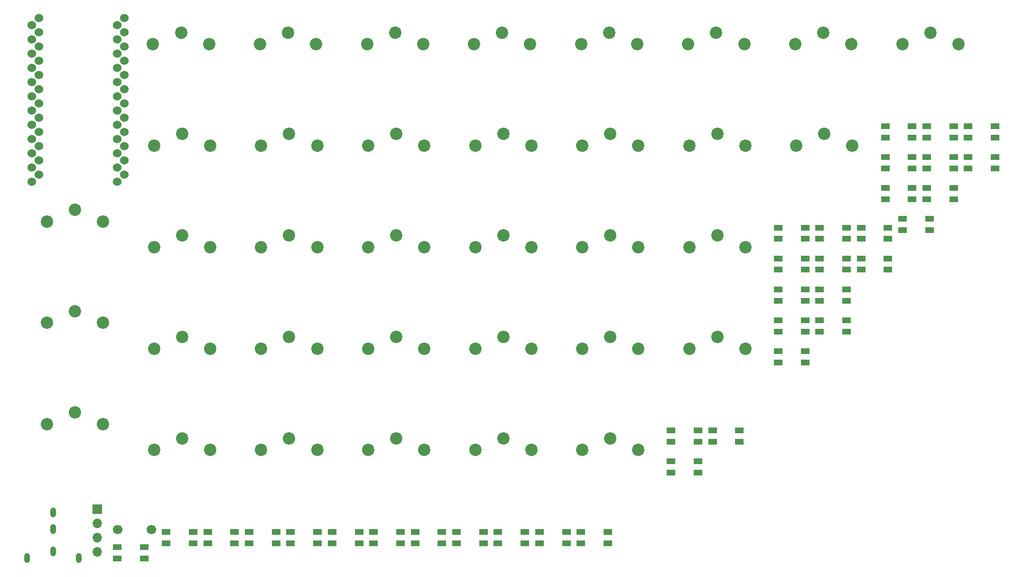
<source format=gbr>
%TF.GenerationSoftware,KiCad,Pcbnew,(5.1.10)-1*%
%TF.CreationDate,2021-08-10T22:37:01+09:00*%
%TF.ProjectId,Ultramarine_fuse,556c7472-616d-4617-9269-6e655f667573,rev?*%
%TF.SameCoordinates,Original*%
%TF.FileFunction,Copper,L2,Bot*%
%TF.FilePolarity,Positive*%
%FSLAX46Y46*%
G04 Gerber Fmt 4.6, Leading zero omitted, Abs format (unit mm)*
G04 Created by KiCad (PCBNEW (5.1.10)-1) date 2021-08-10 22:37:01*
%MOMM*%
%LPD*%
G01*
G04 APERTURE LIST*
%TA.AperFunction,SMDPad,CuDef*%
%ADD10R,1.600000X1.000000*%
%TD*%
%TA.AperFunction,ComponentPad*%
%ADD11C,1.524000*%
%TD*%
%TA.AperFunction,ComponentPad*%
%ADD12C,1.700000*%
%TD*%
%TA.AperFunction,ComponentPad*%
%ADD13C,2.200000*%
%TD*%
%TA.AperFunction,ComponentPad*%
%ADD14O,1.000000X1.800000*%
%TD*%
%TA.AperFunction,ComponentPad*%
%ADD15O,1.700000X1.700000*%
%TD*%
%TA.AperFunction,ComponentPad*%
%ADD16R,1.700000X1.700000*%
%TD*%
G04 APERTURE END LIST*
D10*
%TO.P,U36,4*%
%TO.N,+5V*%
X224515300Y-90326501D03*
%TO.P,U36,3*%
%TO.N,Net-(U29-Pad1)*%
X224515300Y-92326501D03*
%TO.P,U36,2*%
%TO.N,Net-(U36-Pad2)*%
X219715300Y-92326501D03*
%TO.P,U36,1*%
%TO.N,Net-(U35-Pad3)*%
X219715300Y-90326501D03*
%TD*%
%TO.P,U35,4*%
%TO.N,+5V*%
X231915300Y-84806501D03*
%TO.P,U35,3*%
%TO.N,Net-(U35-Pad3)*%
X231915300Y-86806501D03*
%TO.P,U35,2*%
%TO.N,Net-(U35-Pad2)*%
X227115300Y-86806501D03*
%TO.P,U35,1*%
%TO.N,Net-(U34-Pad3)*%
X227115300Y-84806501D03*
%TD*%
%TO.P,U34,4*%
%TO.N,+5V*%
X205415300Y-115486501D03*
%TO.P,U34,3*%
%TO.N,Net-(U34-Pad3)*%
X205415300Y-117486501D03*
%TO.P,U34,2*%
%TO.N,Net-(U34-Pad2)*%
X200615300Y-117486501D03*
%TO.P,U34,1*%
%TO.N,Net-(U33-Pad3)*%
X200615300Y-115486501D03*
%TD*%
%TO.P,U33,4*%
%TO.N,+5V*%
X224515300Y-84806501D03*
%TO.P,U33,3*%
%TO.N,Net-(U33-Pad3)*%
X224515300Y-86806501D03*
%TO.P,U33,2*%
%TO.N,Net-(U33-Pad2)*%
X219715300Y-86806501D03*
%TO.P,U33,1*%
%TO.N,Net-(U32-Pad3)*%
X219715300Y-84806501D03*
%TD*%
%TO.P,U32,4*%
%TO.N,+5V*%
X231915300Y-79286501D03*
%TO.P,U32,3*%
%TO.N,Net-(U32-Pad3)*%
X231915300Y-81286501D03*
%TO.P,U32,2*%
%TO.N,Net-(U32-Pad2)*%
X227115300Y-81286501D03*
%TO.P,U32,1*%
%TO.N,Net-(U31-Pad3)*%
X227115300Y-79286501D03*
%TD*%
%TO.P,U31,4*%
%TO.N,+5V*%
X243615300Y-66706501D03*
%TO.P,U31,3*%
%TO.N,Net-(U31-Pad3)*%
X243615300Y-68706501D03*
%TO.P,U31,2*%
%TO.N,Net-(U31-Pad2)*%
X238815300Y-68706501D03*
%TO.P,U31,1*%
%TO.N,Net-(U30-Pad3)*%
X238815300Y-66706501D03*
%TD*%
%TO.P,U30,4*%
%TO.N,+5V*%
X251015300Y-61186501D03*
%TO.P,U30,3*%
%TO.N,Net-(U30-Pad3)*%
X251015300Y-63186501D03*
%TO.P,U30,2*%
%TO.N,GND*%
X246215300Y-63186501D03*
%TO.P,U30,1*%
%TO.N,Net-(U30-Pad1)*%
X246215300Y-61186501D03*
%TD*%
%TO.P,U29,4*%
%TO.N,Net-(U29-Pad4)*%
X224515300Y-101366501D03*
%TO.P,U29,3*%
%TO.N,Net-(U28-Pad1)*%
X224515300Y-103366501D03*
%TO.P,U29,2*%
%TO.N,Net-(U29-Pad2)*%
X219715300Y-103366501D03*
%TO.P,U29,1*%
%TO.N,Net-(U29-Pad1)*%
X219715300Y-101366501D03*
%TD*%
%TO.P,U28,4*%
%TO.N,Net-(U28-Pad4)*%
X189315300Y-133586501D03*
%TO.P,U28,3*%
%TO.N,Net-(U27-Pad1)*%
X189315300Y-135586501D03*
%TO.P,U28,2*%
%TO.N,Net-(U28-Pad2)*%
X184515300Y-135586501D03*
%TO.P,U28,1*%
%TO.N,Net-(U28-Pad1)*%
X184515300Y-133586501D03*
%TD*%
%TO.P,U27,4*%
%TO.N,Net-(U27-Pad4)*%
X258415300Y-66706501D03*
%TO.P,U27,3*%
%TO.N,Net-(U26-Pad1)*%
X258415300Y-68706501D03*
%TO.P,U27,2*%
%TO.N,Net-(U27-Pad2)*%
X253615300Y-68706501D03*
%TO.P,U27,1*%
%TO.N,Net-(U27-Pad1)*%
X253615300Y-66706501D03*
%TD*%
%TO.P,U26,4*%
%TO.N,Net-(U26-Pad4)*%
X251015300Y-72226501D03*
%TO.P,U26,3*%
%TO.N,Net-(U25-Pad1)*%
X251015300Y-74226501D03*
%TO.P,U26,2*%
%TO.N,Net-(U26-Pad2)*%
X246215300Y-74226501D03*
%TO.P,U26,1*%
%TO.N,Net-(U26-Pad1)*%
X246215300Y-72226501D03*
%TD*%
%TO.P,U25,4*%
%TO.N,Net-(U25-Pad4)*%
X246715300Y-77746501D03*
%TO.P,U25,3*%
%TO.N,Net-(U24-Pad1)*%
X246715300Y-79746501D03*
%TO.P,U25,2*%
%TO.N,Net-(U25-Pad2)*%
X241915300Y-79746501D03*
%TO.P,U25,1*%
%TO.N,Net-(U25-Pad1)*%
X241915300Y-77746501D03*
%TD*%
%TO.P,U24,4*%
%TO.N,Net-(U24-Pad4)*%
X239315300Y-84806501D03*
%TO.P,U24,3*%
%TO.N,Net-(U23-Pad1)*%
X239315300Y-86806501D03*
%TO.P,U24,2*%
%TO.N,Net-(U24-Pad2)*%
X234515300Y-86806501D03*
%TO.P,U24,1*%
%TO.N,Net-(U24-Pad1)*%
X234515300Y-84806501D03*
%TD*%
%TO.P,U23,4*%
%TO.N,Net-(U23-Pad4)*%
X231915300Y-90326501D03*
%TO.P,U23,3*%
%TO.N,Net-(U16-Pad1)*%
X231915300Y-92326501D03*
%TO.P,U23,2*%
%TO.N,Net-(U23-Pad2)*%
X227115300Y-92326501D03*
%TO.P,U23,1*%
%TO.N,Net-(U23-Pad1)*%
X227115300Y-90326501D03*
%TD*%
%TO.P,U22,4*%
%TO.N,+5V*%
X239315300Y-79286501D03*
%TO.P,U22,3*%
%TO.N,Net-(U15-Pad1)*%
X239315300Y-81286501D03*
%TO.P,U22,2*%
%TO.N,GND*%
X234515300Y-81286501D03*
%TO.P,U22,1*%
%TO.N,Net-(U21-Pad3)*%
X234515300Y-79286501D03*
%TD*%
%TO.P,U21,4*%
%TO.N,+5V*%
X212815300Y-115486501D03*
%TO.P,U21,3*%
%TO.N,Net-(U21-Pad3)*%
X212815300Y-117486501D03*
%TO.P,U21,2*%
%TO.N,GND*%
X208015300Y-117486501D03*
%TO.P,U21,1*%
%TO.N,Net-(U20-Pad3)*%
X208015300Y-115486501D03*
%TD*%
%TO.P,U20,4*%
%TO.N,+5V*%
X231915300Y-95846501D03*
%TO.P,U20,3*%
%TO.N,Net-(U20-Pad3)*%
X231915300Y-97846501D03*
%TO.P,U20,2*%
%TO.N,GND*%
X227115300Y-97846501D03*
%TO.P,U20,1*%
%TO.N,Net-(U19-Pad3)*%
X227115300Y-95846501D03*
%TD*%
%TO.P,U19,4*%
%TO.N,+5V*%
X174515300Y-133586501D03*
%TO.P,U19,3*%
%TO.N,Net-(U19-Pad3)*%
X174515300Y-135586501D03*
%TO.P,U19,2*%
%TO.N,GND*%
X169715300Y-135586501D03*
%TO.P,U19,1*%
%TO.N,Net-(U18-Pad3)*%
X169715300Y-133586501D03*
%TD*%
%TO.P,U18,4*%
%TO.N,+5V*%
X205415300Y-121006501D03*
%TO.P,U18,3*%
%TO.N,Net-(U18-Pad3)*%
X205415300Y-123006501D03*
%TO.P,U18,2*%
%TO.N,GND*%
X200615300Y-123006501D03*
%TO.P,U18,1*%
%TO.N,Net-(U17-Pad3)*%
X200615300Y-121006501D03*
%TD*%
%TO.P,U17,4*%
%TO.N,+5V*%
X106615300Y-136286501D03*
%TO.P,U17,3*%
%TO.N,Net-(U17-Pad3)*%
X106615300Y-138286501D03*
%TO.P,U17,2*%
%TO.N,GND*%
X101815300Y-138286501D03*
%TO.P,U17,1*%
%TO.N,Net-(U16-Pad3)*%
X101815300Y-136286501D03*
%TD*%
%TO.P,U16,4*%
%TO.N,+5V*%
X115315300Y-133586501D03*
%TO.P,U16,3*%
%TO.N,Net-(U16-Pad3)*%
X115315300Y-135586501D03*
%TO.P,U16,2*%
%TO.N,GND*%
X110515300Y-135586501D03*
%TO.P,U16,1*%
%TO.N,Net-(U16-Pad1)*%
X110515300Y-133586501D03*
%TD*%
%TO.P,U15,4*%
%TO.N,Net-(U15-Pad4)*%
X122715300Y-133586501D03*
%TO.P,U15,3*%
%TO.N,Net-(U14-Pad1)*%
X122715300Y-135586501D03*
%TO.P,U15,2*%
%TO.N,Net-(U15-Pad2)*%
X117915300Y-135586501D03*
%TO.P,U15,1*%
%TO.N,Net-(U15-Pad1)*%
X117915300Y-133586501D03*
%TD*%
%TO.P,U14,4*%
%TO.N,Net-(U14-Pad4)*%
X137515300Y-133586501D03*
%TO.P,U14,3*%
%TO.N,Net-(U13-Pad1)*%
X137515300Y-135586501D03*
%TO.P,U14,2*%
%TO.N,Net-(U14-Pad2)*%
X132715300Y-135586501D03*
%TO.P,U14,1*%
%TO.N,Net-(U14-Pad1)*%
X132715300Y-133586501D03*
%TD*%
%TO.P,U13,4*%
%TO.N,Net-(U13-Pad4)*%
X144915300Y-133586501D03*
%TO.P,U13,3*%
%TO.N,Net-(U12-Pad1)*%
X144915300Y-135586501D03*
%TO.P,U13,2*%
%TO.N,Net-(U13-Pad2)*%
X140115300Y-135586501D03*
%TO.P,U13,1*%
%TO.N,Net-(U13-Pad1)*%
X140115300Y-133586501D03*
%TD*%
%TO.P,U12,4*%
%TO.N,Net-(U12-Pad4)*%
X152315300Y-133586501D03*
%TO.P,U12,3*%
%TO.N,Net-(U11-Pad1)*%
X152315300Y-135586501D03*
%TO.P,U12,2*%
%TO.N,Net-(U12-Pad2)*%
X147515300Y-135586501D03*
%TO.P,U12,1*%
%TO.N,Net-(U12-Pad1)*%
X147515300Y-133586501D03*
%TD*%
%TO.P,U11,4*%
%TO.N,Net-(U11-Pad4)*%
X159715300Y-133586501D03*
%TO.P,U11,3*%
%TO.N,Net-(U10-Pad1)*%
X159715300Y-135586501D03*
%TO.P,U11,2*%
%TO.N,Net-(U11-Pad2)*%
X154915300Y-135586501D03*
%TO.P,U11,1*%
%TO.N,Net-(U11-Pad1)*%
X154915300Y-133586501D03*
%TD*%
%TO.P,U10,4*%
%TO.N,Net-(U10-Pad4)*%
X167115300Y-133586501D03*
%TO.P,U10,3*%
%TO.N,Net-(U10-Pad3)*%
X167115300Y-135586501D03*
%TO.P,U10,2*%
%TO.N,Net-(U10-Pad2)*%
X162315300Y-135586501D03*
%TO.P,U10,1*%
%TO.N,Net-(U10-Pad1)*%
X162315300Y-133586501D03*
%TD*%
%TO.P,U9,4*%
%TO.N,+5V*%
X224515300Y-79286501D03*
%TO.P,U9,3*%
%TO.N,Net-(U2-Pad1)*%
X224515300Y-81286501D03*
%TO.P,U9,2*%
%TO.N,GND*%
X219715300Y-81286501D03*
%TO.P,U9,1*%
%TO.N,Net-(U10-Pad3)*%
X219715300Y-79286501D03*
%TD*%
%TO.P,U8,4*%
%TO.N,+5V*%
X243615300Y-61186501D03*
%TO.P,U8,3*%
%TO.N,/LED*%
X243615300Y-63186501D03*
%TO.P,U8,2*%
%TO.N,GND*%
X238815300Y-63186501D03*
%TO.P,U8,1*%
%TO.N,Net-(U7-Pad3)*%
X238815300Y-61186501D03*
%TD*%
%TO.P,U7,4*%
%TO.N,Net-(U7-Pad4)*%
X251015300Y-66706501D03*
%TO.P,U7,3*%
%TO.N,Net-(U7-Pad3)*%
X251015300Y-68706501D03*
%TO.P,U7,2*%
%TO.N,GND*%
X246215300Y-68706501D03*
%TO.P,U7,1*%
%TO.N,Net-(U6-Pad3)*%
X246215300Y-66706501D03*
%TD*%
%TO.P,U6,4*%
%TO.N,Net-(U6-Pad4)*%
X130115300Y-133586501D03*
%TO.P,U6,3*%
%TO.N,Net-(U6-Pad3)*%
X130115300Y-135586501D03*
%TO.P,U6,2*%
%TO.N,GND*%
X125315300Y-135586501D03*
%TO.P,U6,1*%
%TO.N,Net-(U5-Pad3)*%
X125315300Y-133586501D03*
%TD*%
%TO.P,U5,4*%
%TO.N,Net-(U5-Pad4)*%
X224515300Y-95846501D03*
%TO.P,U5,3*%
%TO.N,Net-(U5-Pad3)*%
X224515300Y-97846501D03*
%TO.P,U5,2*%
%TO.N,GND*%
X219715300Y-97846501D03*
%TO.P,U5,1*%
%TO.N,Net-(U4-Pad3)*%
X219715300Y-95846501D03*
%TD*%
%TO.P,U4,4*%
%TO.N,Net-(U4-Pad4)*%
X181915300Y-133586501D03*
%TO.P,U4,3*%
%TO.N,Net-(U4-Pad3)*%
X181915300Y-135586501D03*
%TO.P,U4,2*%
%TO.N,GND*%
X177115300Y-135586501D03*
%TO.P,U4,1*%
%TO.N,Net-(U3-Pad3)*%
X177115300Y-133586501D03*
%TD*%
%TO.P,U3,4*%
%TO.N,Net-(U3-Pad4)*%
X258415300Y-61186501D03*
%TO.P,U3,3*%
%TO.N,Net-(U3-Pad3)*%
X258415300Y-63186501D03*
%TO.P,U3,2*%
%TO.N,GND*%
X253615300Y-63186501D03*
%TO.P,U3,1*%
%TO.N,Net-(U2-Pad3)*%
X253615300Y-61186501D03*
%TD*%
%TO.P,U2,4*%
%TO.N,+5V*%
X243615300Y-72226501D03*
%TO.P,U2,3*%
%TO.N,Net-(U2-Pad3)*%
X243615300Y-74226501D03*
%TO.P,U2,2*%
%TO.N,GND*%
X238815300Y-74226501D03*
%TO.P,U2,1*%
%TO.N,Net-(U2-Pad1)*%
X238815300Y-72226501D03*
%TD*%
D11*
%TO.P,U1,13*%
%TO.N,Net-(U1-Pad13)*%
X87815301Y-69826501D03*
%TO.P,U1,17*%
%TO.N,/Col3*%
X87815301Y-59666501D03*
%TO.P,U1,22*%
%TO.N,/~RESET*%
X87815301Y-46966501D03*
%TO.P,U1,21*%
%TO.N,+5V*%
X87815301Y-49506501D03*
%TO.P,U1,19*%
%TO.N,/Col1*%
X87815301Y-54586501D03*
%TO.P,U1,24*%
%TO.N,+5V*%
X87815301Y-41886501D03*
%TO.P,U1,16*%
%TO.N,/Col4*%
X87815301Y-62206501D03*
%TO.P,U1,15*%
%TO.N,/Col5*%
X87815301Y-64746501D03*
%TO.P,U1,18*%
%TO.N,/Col2*%
X87815301Y-57126501D03*
%TO.P,U1,14*%
%TO.N,/Col6*%
X87815301Y-67286501D03*
%TO.P,U1,20*%
%TO.N,/Col0*%
X87815301Y-52046501D03*
%TO.P,U1,23*%
%TO.N,GND*%
X87815301Y-44426501D03*
%TO.P,U1,6*%
%TO.N,/SCL*%
X103055301Y-54586501D03*
%TO.P,U1,12*%
%TO.N,Net-(U1-Pad12)*%
X103055301Y-69826501D03*
%TO.P,U1,9*%
%TO.N,/Row2*%
X103055301Y-62206501D03*
%TO.P,U1,8*%
%TO.N,/Row1*%
X103055301Y-59666501D03*
%TO.P,U1,4*%
%TO.N,GND*%
X103055301Y-49506501D03*
%TO.P,U1,5*%
%TO.N,/SDA*%
X103055301Y-52046501D03*
%TO.P,U1,7*%
%TO.N,/Row0*%
X103055301Y-57126501D03*
%TO.P,U1,2*%
%TO.N,/data*%
X103055301Y-44426501D03*
%TO.P,U1,11*%
%TO.N,/Row4*%
X103055301Y-67286501D03*
%TO.P,U1,3*%
%TO.N,GND*%
X103055301Y-46966501D03*
%TO.P,U1,10*%
%TO.N,/Row3*%
X103055301Y-64746501D03*
%TO.P,U1,1*%
%TO.N,/LED*%
X103055301Y-41886501D03*
%TO.P,U1,24*%
%TO.N,+5V*%
X101785301Y-43156501D03*
%TO.P,U1,23*%
%TO.N,GND*%
X101785301Y-45696501D03*
%TO.P,U1,22*%
%TO.N,/~RESET*%
X101785301Y-48236501D03*
%TO.P,U1,21*%
%TO.N,+5V*%
X101785301Y-50776501D03*
%TO.P,U1,20*%
%TO.N,/Col0*%
X101785301Y-53316501D03*
%TO.P,U1,19*%
%TO.N,/Col1*%
X101785301Y-55856501D03*
%TO.P,U1,18*%
%TO.N,/Col2*%
X101785301Y-58396501D03*
%TO.P,U1,17*%
%TO.N,/Col3*%
X101785301Y-60936501D03*
%TO.P,U1,16*%
%TO.N,/Col4*%
X101785301Y-63476501D03*
%TO.P,U1,15*%
%TO.N,/Col5*%
X101785301Y-66016501D03*
%TO.P,U1,14*%
%TO.N,/Col6*%
X101785301Y-68556501D03*
%TO.P,U1,13*%
%TO.N,Net-(U1-Pad13)*%
X101785301Y-71096501D03*
%TO.P,U1,12*%
%TO.N,Net-(U1-Pad12)*%
X86545301Y-71096501D03*
%TO.P,U1,11*%
%TO.N,/Row4*%
X86545301Y-68556501D03*
%TO.P,U1,10*%
%TO.N,/Row3*%
X86545301Y-66016501D03*
%TO.P,U1,9*%
%TO.N,/Row2*%
X86545301Y-63476501D03*
%TO.P,U1,8*%
%TO.N,/Row1*%
X86545301Y-60936501D03*
%TO.P,U1,7*%
%TO.N,/Row0*%
X86545301Y-58396501D03*
%TO.P,U1,6*%
%TO.N,/SCL*%
X86545301Y-55856501D03*
%TO.P,U1,5*%
%TO.N,/SDA*%
X86545301Y-53316501D03*
%TO.P,U1,4*%
%TO.N,GND*%
X86545301Y-50776501D03*
%TO.P,U1,3*%
X86545301Y-48236501D03*
%TO.P,U1,2*%
%TO.N,/data*%
X86545301Y-45696501D03*
%TO.P,U1,1*%
%TO.N,/LED*%
X86545301Y-43156501D03*
%TD*%
D12*
%TO.P,SW36,2*%
%TO.N,/~RESET*%
X107865300Y-133176500D03*
%TO.P,SW36,1*%
%TO.N,GND*%
X101865300Y-133176500D03*
%TD*%
D13*
%TO.P,SW35,2*%
%TO.N,Net-(D35-Pad2)*%
X146565301Y-118976501D03*
X156565301Y-118976501D03*
%TO.P,SW35,1*%
%TO.N,/Col6*%
X151565301Y-116876501D03*
%TD*%
%TO.P,SW34,2*%
%TO.N,Net-(D34-Pad2)*%
X165665301Y-100876501D03*
X175665301Y-100876501D03*
%TO.P,SW34,1*%
%TO.N,/Col5*%
X170665301Y-98776501D03*
%TD*%
%TO.P,SW33,2*%
%TO.N,Net-(D33-Pad2)*%
X184765301Y-82776501D03*
X194765301Y-82776501D03*
%TO.P,SW33,1*%
%TO.N,/Col4*%
X189765301Y-80676501D03*
%TD*%
%TO.P,SW32,2*%
%TO.N,Net-(D32-Pad2)*%
X222765301Y-46576501D03*
X232765301Y-46576501D03*
%TO.P,SW32,1*%
%TO.N,/Col3*%
X227765301Y-44476501D03*
%TD*%
%TO.P,SW31,2*%
%TO.N,Net-(D31-Pad2)*%
X203865301Y-64676501D03*
X213865301Y-64676501D03*
%TO.P,SW31,1*%
%TO.N,/Col2*%
X208865301Y-62576501D03*
%TD*%
%TO.P,SW30,2*%
%TO.N,Net-(D30-Pad2)*%
X203865301Y-100876501D03*
X213865301Y-100876501D03*
%TO.P,SW30,1*%
%TO.N,/Col1*%
X208865301Y-98776501D03*
%TD*%
%TO.P,SW29,2*%
%TO.N,Net-(D29-Pad2)*%
X165665301Y-118976501D03*
X175665301Y-118976501D03*
%TO.P,SW29,1*%
%TO.N,/Col0*%
X170665301Y-116876501D03*
%TD*%
%TO.P,SW28,2*%
%TO.N,Net-(D28-Pad2)*%
X184765301Y-100876501D03*
X194765301Y-100876501D03*
%TO.P,SW28,1*%
%TO.N,Net-(SW28-Pad1)*%
X189765301Y-98776501D03*
%TD*%
%TO.P,SW27,2*%
%TO.N,Net-(D27-Pad2)*%
X108365301Y-100876501D03*
X118365301Y-100876501D03*
%TO.P,SW27,1*%
%TO.N,Net-(SW27-Pad1)*%
X113365301Y-98776501D03*
%TD*%
%TO.P,SW26,2*%
%TO.N,Net-(D26-Pad2)*%
X241865301Y-46576501D03*
X251865301Y-46576501D03*
%TO.P,SW26,1*%
%TO.N,Net-(SW26-Pad1)*%
X246865301Y-44476501D03*
%TD*%
%TO.P,SW25,2*%
%TO.N,Net-(D25-Pad2)*%
X222965301Y-64676501D03*
X232965301Y-64676501D03*
%TO.P,SW25,1*%
%TO.N,Net-(SW25-Pad1)*%
X227965301Y-62576501D03*
%TD*%
%TO.P,SW24,2*%
%TO.N,Net-(D24-Pad2)*%
X165665301Y-82776501D03*
X175665301Y-82776501D03*
%TO.P,SW24,1*%
%TO.N,Net-(SW24-Pad1)*%
X170665301Y-80676501D03*
%TD*%
%TO.P,SW23,2*%
%TO.N,Net-(D23-Pad2)*%
X184765301Y-118976501D03*
X194765301Y-118976501D03*
%TO.P,SW23,1*%
%TO.N,Net-(SW23-Pad1)*%
X189765301Y-116876501D03*
%TD*%
%TO.P,SW22,2*%
%TO.N,Net-(D22-Pad2)*%
X108165301Y-46576501D03*
X118165301Y-46576501D03*
%TO.P,SW22,1*%
%TO.N,Net-(SW22-Pad1)*%
X113165301Y-44476501D03*
%TD*%
%TO.P,SW21,2*%
%TO.N,Net-(D21-Pad2)*%
X89265301Y-96276501D03*
X99265301Y-96276501D03*
%TO.P,SW21,1*%
%TO.N,Net-(SW21-Pad1)*%
X94265301Y-94176501D03*
%TD*%
%TO.P,SW20,2*%
%TO.N,Net-(D20-Pad2)*%
X127265301Y-46576501D03*
X137265301Y-46576501D03*
%TO.P,SW20,1*%
%TO.N,Net-(SW20-Pad1)*%
X132265301Y-44476501D03*
%TD*%
%TO.P,SW19,2*%
%TO.N,Net-(D19-Pad2)*%
X108365301Y-64676501D03*
X118365301Y-64676501D03*
%TO.P,SW19,1*%
%TO.N,Net-(SW19-Pad1)*%
X113365301Y-62576501D03*
%TD*%
%TO.P,SW18,2*%
%TO.N,Net-(D18-Pad2)*%
X89265301Y-114376501D03*
X99265301Y-114376501D03*
%TO.P,SW18,1*%
%TO.N,Net-(SW18-Pad1)*%
X94265301Y-112276501D03*
%TD*%
%TO.P,SW17,2*%
%TO.N,Net-(D17-Pad2)*%
X127465301Y-64676501D03*
X137465301Y-64676501D03*
%TO.P,SW17,1*%
%TO.N,Net-(SW17-Pad1)*%
X132465301Y-62576501D03*
%TD*%
%TO.P,SW16,2*%
%TO.N,Net-(D16-Pad2)*%
X108365301Y-82776501D03*
X118365301Y-82776501D03*
%TO.P,SW16,1*%
%TO.N,Net-(SW16-Pad1)*%
X113365301Y-80676501D03*
%TD*%
%TO.P,SW15,2*%
%TO.N,Net-(D15-Pad2)*%
X146365301Y-46576501D03*
X156365301Y-46576501D03*
%TO.P,SW15,1*%
%TO.N,Net-(SW15-Pad1)*%
X151365301Y-44476501D03*
%TD*%
%TO.P,SW14,2*%
%TO.N,Net-(D14-Pad2)*%
X165465301Y-46576501D03*
X175465301Y-46576501D03*
%TO.P,SW14,1*%
%TO.N,Net-(SW14-Pad1)*%
X170465301Y-44476501D03*
%TD*%
%TO.P,SW13,2*%
%TO.N,Net-(D13-Pad2)*%
X127465301Y-82776501D03*
X137465301Y-82776501D03*
%TO.P,SW13,1*%
%TO.N,Net-(SW13-Pad1)*%
X132465301Y-80676501D03*
%TD*%
%TO.P,SW12,2*%
%TO.N,Net-(D12-Pad2)*%
X127465301Y-118976501D03*
X137465301Y-118976501D03*
%TO.P,SW12,1*%
%TO.N,Net-(SW12-Pad1)*%
X132465301Y-116876501D03*
%TD*%
%TO.P,SW11,2*%
%TO.N,Net-(D11-Pad2)*%
X146565301Y-100876501D03*
X156565301Y-100876501D03*
%TO.P,SW11,1*%
%TO.N,Net-(SW11-Pad1)*%
X151565301Y-98776501D03*
%TD*%
%TO.P,SW10,2*%
%TO.N,Net-(D10-Pad2)*%
X165665301Y-64676501D03*
X175665301Y-64676501D03*
%TO.P,SW10,1*%
%TO.N,Net-(SW10-Pad1)*%
X170665301Y-62576501D03*
%TD*%
%TO.P,SW9,2*%
%TO.N,Net-(D9-Pad2)*%
X184565301Y-46576501D03*
X194565301Y-46576501D03*
%TO.P,SW9,1*%
%TO.N,Net-(SW9-Pad1)*%
X189565301Y-44476501D03*
%TD*%
%TO.P,SW8,2*%
%TO.N,Net-(D8-Pad2)*%
X108365301Y-118976501D03*
X118365301Y-118976501D03*
%TO.P,SW8,1*%
%TO.N,Net-(SW8-Pad1)*%
X113365301Y-116876501D03*
%TD*%
%TO.P,SW7,2*%
%TO.N,Net-(D7-Pad2)*%
X127465301Y-100876501D03*
X137465301Y-100876501D03*
%TO.P,SW7,1*%
%TO.N,Net-(SW7-Pad1)*%
X132465301Y-98776501D03*
%TD*%
%TO.P,SW6,2*%
%TO.N,Net-(D6-Pad2)*%
X146565301Y-82776501D03*
X156565301Y-82776501D03*
%TO.P,SW6,1*%
%TO.N,Net-(SW6-Pad1)*%
X151565301Y-80676501D03*
%TD*%
%TO.P,SW5,2*%
%TO.N,Net-(D5-Pad2)*%
X146565301Y-64676501D03*
X156565301Y-64676501D03*
%TO.P,SW5,1*%
%TO.N,Net-(SW5-Pad1)*%
X151565301Y-62576501D03*
%TD*%
%TO.P,SW4,2*%
%TO.N,Net-(D4-Pad2)*%
X89265301Y-78176501D03*
X99265301Y-78176501D03*
%TO.P,SW4,1*%
%TO.N,Net-(SW4-Pad1)*%
X94265301Y-76076501D03*
%TD*%
%TO.P,SW3,2*%
%TO.N,Net-(D3-Pad2)*%
X203865301Y-82776501D03*
X213865301Y-82776501D03*
%TO.P,SW3,1*%
%TO.N,Net-(SW3-Pad1)*%
X208865301Y-80676501D03*
%TD*%
%TO.P,SW2,2*%
%TO.N,Net-(D2-Pad2)*%
X184765301Y-64676501D03*
X194765301Y-64676501D03*
%TO.P,SW2,1*%
%TO.N,Net-(SW2-Pad1)*%
X189765301Y-62576501D03*
%TD*%
%TO.P,SW1,2*%
%TO.N,Net-(D1-Pad2)*%
X203665301Y-46576501D03*
X213665301Y-46576501D03*
%TO.P,SW1,1*%
%TO.N,Net-(SW1-Pad1)*%
X208665301Y-44476501D03*
%TD*%
D14*
%TO.P,J2,1*%
%TO.N,Net-(J2-Pad1)*%
X94915300Y-138276500D03*
%TO.P,J2,2*%
%TO.N,/data*%
X90315300Y-130076500D03*
%TO.P,J2,3*%
%TO.N,GND*%
X90315300Y-133076500D03*
%TO.P,J2,4*%
%TO.N,+5V*%
X90315300Y-137076500D03*
%TO.P,J2,1*%
%TO.N,Net-(J2-Pad1)*%
X85715300Y-138276500D03*
%TD*%
D15*
%TO.P,J1,4*%
%TO.N,Net-(J1-Pad4)*%
X98240301Y-137171501D03*
%TO.P,J1,3*%
%TO.N,Net-(J1-Pad3)*%
X98240301Y-134631501D03*
%TO.P,J1,2*%
%TO.N,Net-(J1-Pad2)*%
X98240301Y-132091501D03*
D16*
%TO.P,J1,1*%
%TO.N,Net-(J1-Pad1)*%
X98240301Y-129551501D03*
%TD*%
M02*

</source>
